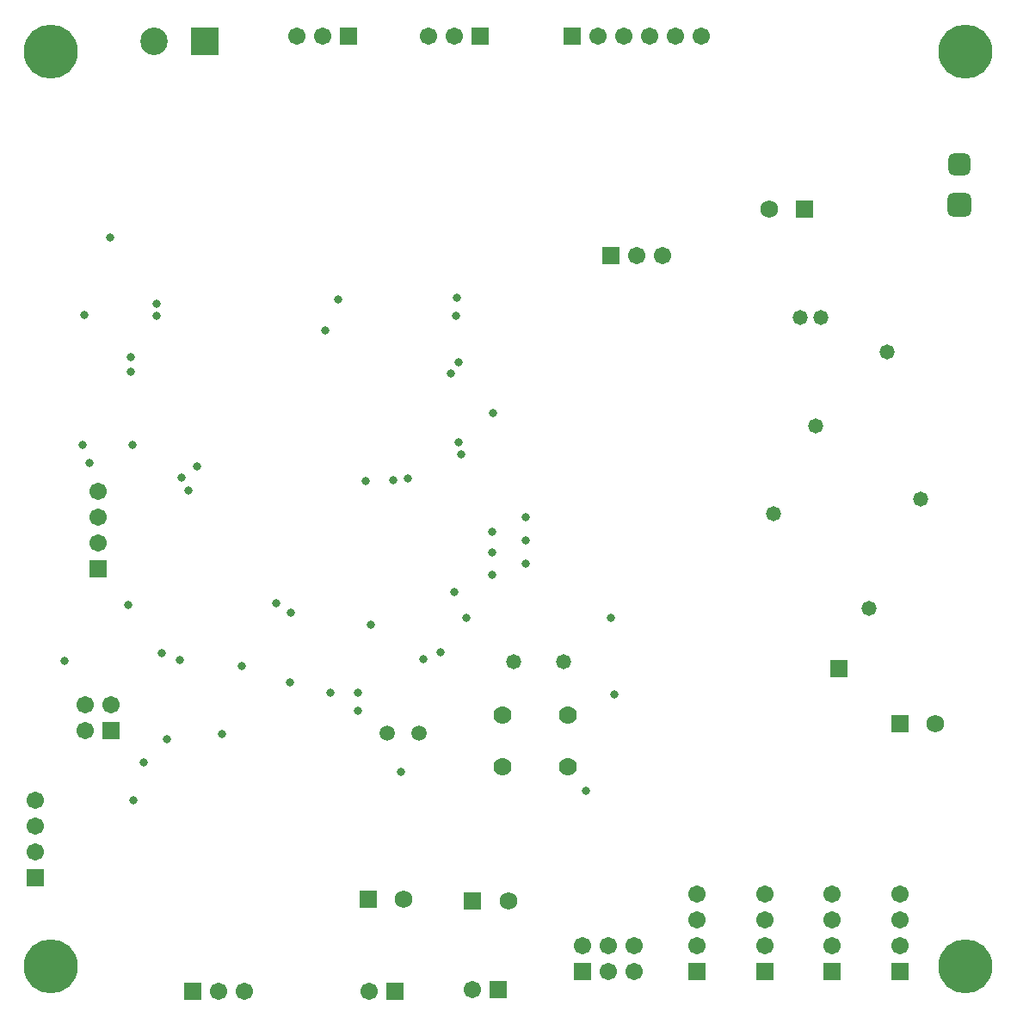
<source format=gbs>
G04*
G04 #@! TF.GenerationSoftware,Altium Limited,Altium Designer,18.1.9 (240)*
G04*
G04 Layer_Color=16711935*
%FSLAX25Y25*%
%MOIN*%
G70*
G01*
G75*
%ADD55R,0.06706X0.06706*%
%ADD56C,0.06706*%
%ADD57R,0.06706X0.06706*%
%ADD58C,0.06800*%
%ADD59R,0.06800X0.06800*%
%ADD60C,0.05918*%
%ADD61C,0.07000*%
%ADD62C,0.05800*%
%ADD63R,0.10642X0.10642*%
%ADD64C,0.10642*%
G04:AMPARAMS|DCode=65|XSize=94.61mil|YSize=94.61mil|CornerRadius=25.65mil|HoleSize=0mil|Usage=FLASHONLY|Rotation=90.000|XOffset=0mil|YOffset=0mil|HoleType=Round|Shape=RoundedRectangle|*
%AMROUNDEDRECTD65*
21,1,0.09461,0.04331,0,0,90.0*
21,1,0.04331,0.09461,0,0,90.0*
1,1,0.05131,0.02165,0.02165*
1,1,0.05131,0.02165,-0.02165*
1,1,0.05131,-0.02165,-0.02165*
1,1,0.05131,-0.02165,0.02165*
%
%ADD65ROUNDEDRECTD65*%
G04:AMPARAMS|DCode=66|XSize=86.74mil|YSize=86.74mil|CornerRadius=23.68mil|HoleSize=0mil|Usage=FLASHONLY|Rotation=90.000|XOffset=0mil|YOffset=0mil|HoleType=Round|Shape=RoundedRectangle|*
%AMROUNDEDRECTD66*
21,1,0.08674,0.03937,0,0,90.0*
21,1,0.03937,0.08674,0,0,90.0*
1,1,0.04737,0.01968,0.01968*
1,1,0.04737,0.01968,-0.01968*
1,1,0.04737,-0.01968,-0.01968*
1,1,0.04737,-0.01968,0.01968*
%
%ADD66ROUNDEDRECTD66*%
%ADD67C,0.03200*%
%ADD68C,0.20879*%
D55*
X13500Y54000D02*
D03*
X38000Y173500D02*
D03*
X43000Y111000D02*
D03*
X348500Y17500D02*
D03*
X322333D02*
D03*
X296167D02*
D03*
X270000D02*
D03*
D56*
X13500Y64000D02*
D03*
Y74000D02*
D03*
Y84000D02*
D03*
X38000Y183500D02*
D03*
Y193500D02*
D03*
Y203500D02*
D03*
X33000Y111000D02*
D03*
X43000Y121000D02*
D03*
X33000D02*
D03*
X183000Y10500D02*
D03*
X142720Y10000D02*
D03*
X94500D02*
D03*
X84500D02*
D03*
X246500Y295000D02*
D03*
X256500D02*
D03*
X231500Y380000D02*
D03*
X241500D02*
D03*
X251500D02*
D03*
X261500D02*
D03*
X271500D02*
D03*
X348500Y47500D02*
D03*
Y37500D02*
D03*
Y27500D02*
D03*
X322333Y47500D02*
D03*
Y37500D02*
D03*
Y27500D02*
D03*
X296167Y47500D02*
D03*
Y37500D02*
D03*
Y27500D02*
D03*
X270000Y47500D02*
D03*
Y37500D02*
D03*
Y27500D02*
D03*
X176000Y380000D02*
D03*
X166000D02*
D03*
X125000D02*
D03*
X115000D02*
D03*
X225500Y27500D02*
D03*
X235500Y17500D02*
D03*
Y27500D02*
D03*
X245500Y17500D02*
D03*
Y27500D02*
D03*
D57*
X324811Y135004D02*
D03*
X193000Y10500D02*
D03*
X152720Y10000D02*
D03*
X74500D02*
D03*
X236500Y295000D02*
D03*
X221500Y380000D02*
D03*
X186000D02*
D03*
X135000D02*
D03*
X225500Y17500D02*
D03*
D58*
X156280Y45500D02*
D03*
X196780Y45000D02*
D03*
X362280Y113500D02*
D03*
X297721Y313000D02*
D03*
D59*
X142500Y45500D02*
D03*
X183000Y45000D02*
D03*
X348500Y113500D02*
D03*
X311500Y313000D02*
D03*
D60*
X162102Y110000D02*
D03*
X149898D02*
D03*
D61*
X220000Y96969D02*
D03*
X194409D02*
D03*
X220000Y116969D02*
D03*
X194409D02*
D03*
D62*
X218213Y137500D02*
D03*
X199000D02*
D03*
X315807Y229000D02*
D03*
X336368Y158132D02*
D03*
X299500Y195026D02*
D03*
X356500Y200500D02*
D03*
X343386Y257614D02*
D03*
X310000Y271000D02*
D03*
X318000D02*
D03*
D63*
X79185Y378000D02*
D03*
D64*
X59500D02*
D03*
D65*
X371500Y314500D02*
D03*
D66*
Y330090D02*
D03*
D67*
X24768Y137768D02*
D03*
X138500Y118500D02*
D03*
X227000Y87500D02*
D03*
X191004Y234004D02*
D03*
X176996Y278504D02*
D03*
X55451Y98451D02*
D03*
X32653Y272000D02*
D03*
X69504Y138093D02*
D03*
X170500Y141187D02*
D03*
X176000Y164500D02*
D03*
X158000Y208526D02*
D03*
X143492Y152000D02*
D03*
X203500Y193500D02*
D03*
X238000Y125000D02*
D03*
X155248Y95000D02*
D03*
X164000Y138500D02*
D03*
X51500Y84000D02*
D03*
X64500Y107500D02*
D03*
X86004Y109504D02*
D03*
X141500Y207500D02*
D03*
X152121Y208000D02*
D03*
X112500Y156500D02*
D03*
X106918Y160227D02*
D03*
X73000Y204000D02*
D03*
X70348Y208848D02*
D03*
X76295Y213121D02*
D03*
X42500Y302000D02*
D03*
X51213Y221500D02*
D03*
X50500Y250000D02*
D03*
X93500Y136000D02*
D03*
X138500Y125500D02*
D03*
X34500Y214500D02*
D03*
X49500Y159694D02*
D03*
X62496Y140860D02*
D03*
X112031Y129500D02*
D03*
X128000Y125504D02*
D03*
X190500Y180000D02*
D03*
Y171106D02*
D03*
Y188000D02*
D03*
X177542Y222500D02*
D03*
X178500Y218000D02*
D03*
X174500Y249306D02*
D03*
X177500Y253500D02*
D03*
X126000Y266000D02*
D03*
X50627Y255492D02*
D03*
X60500Y276242D02*
D03*
Y271496D02*
D03*
X32000Y221508D02*
D03*
X176500Y271496D02*
D03*
X130750Y278004D02*
D03*
X180500Y154500D02*
D03*
X236500D02*
D03*
X203504Y175557D02*
D03*
X203500Y184500D02*
D03*
D68*
X374016Y19685D02*
D03*
Y374016D02*
D03*
X19685D02*
D03*
Y19685D02*
D03*
M02*

</source>
